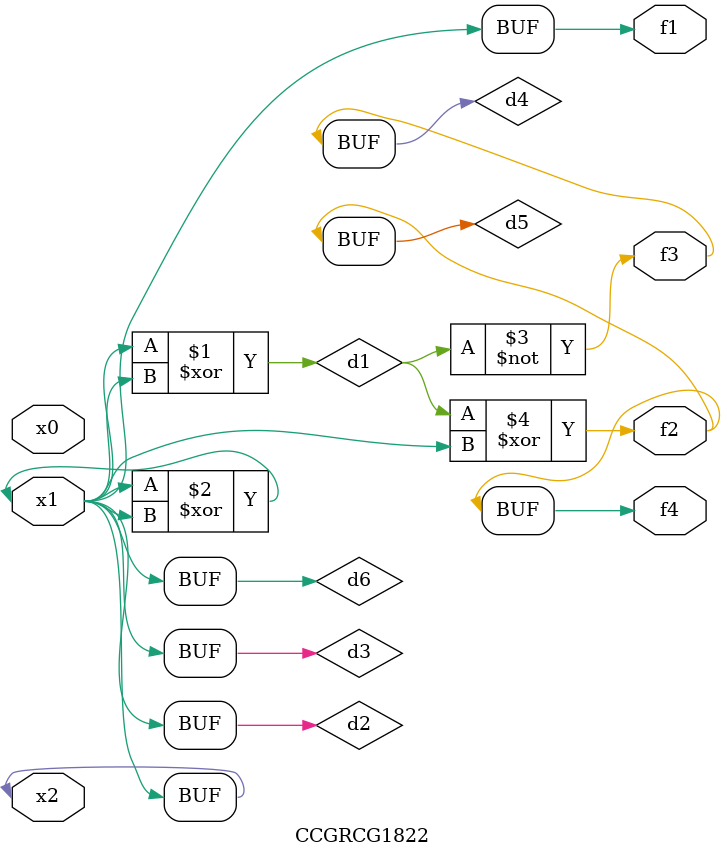
<source format=v>
module CCGRCG1822(
	input x0, x1, x2,
	output f1, f2, f3, f4
);

	wire d1, d2, d3, d4, d5, d6;

	xor (d1, x1, x2);
	buf (d2, x1, x2);
	xor (d3, x1, x2);
	nor (d4, d1);
	xor (d5, d1, d2);
	buf (d6, d2, d3);
	assign f1 = d6;
	assign f2 = d5;
	assign f3 = d4;
	assign f4 = d5;
endmodule

</source>
